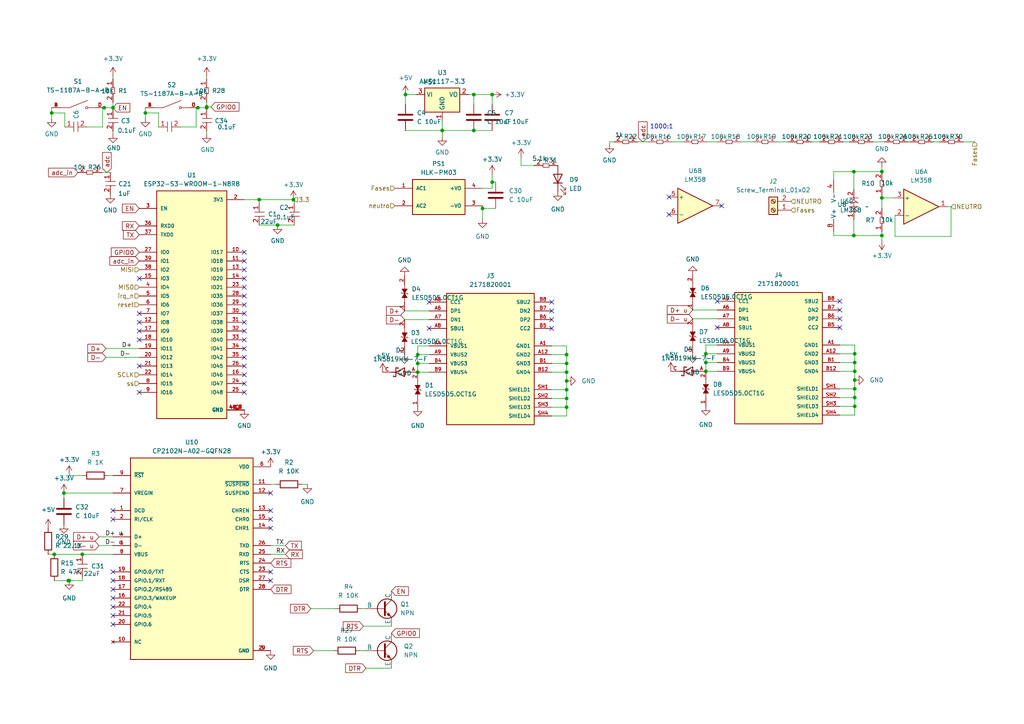
<source format=kicad_sch>
(kicad_sch (version 20230121) (generator eeschema)
  (paper "A4")
  (lib_symbols
    (symbol "1N5819HW-7-F:1N5819HW-7-F" (pin_names (offset 1.016))
      (property "Reference" "D" (at -5.08 2.54 0))
      (property "Value" "1N5819HW-7-F" (at -5.08 -3.81 0))
      (symbol "1N5819HW-7-F_0_0"
        (pin passive line (at -5.08 0 0) (length 2.54) (name "~") (number "A"))
        (pin passive line (at 5.08 0 180) (length 2.54) (name "~") (number "C"))
      )
    )
    (symbol "2171820001:2171820001" (pin_names (offset 1.016))
      (property "Reference" "J" (at -12.7 18.542 0))
      (property "Value" "2171820001" (at -12.7 -21.082 0))
      (symbol "2171820001_0_0"
        (pin power_in line (at 17.78 2.54 180) (length 5.08) (name "GND1") (number "A1"))
        (pin power_in line (at 17.78 0 180) (length 5.08) (name "GND2") (number "A12"))
        (pin power_in line (at -17.78 2.54 0) (length 5.08) (name "VBUS1") (number "A4"))
        (pin bidirectional line (at -17.78 15.24 0) (length 5.08) (name "CC1") (number "A5"))
        (pin bidirectional line (at -17.78 12.7 0) (length 5.08) (name "DP1") (number "A6"))
        (pin bidirectional line (at -17.78 10.16 0) (length 5.08) (name "DN1") (number "A7"))
        (pin bidirectional line (at -17.78 7.62 0) (length 5.08) (name "SBU1") (number "A8"))
        (pin power_in line (at -17.78 0 0) (length 5.08) (name "VBUS2") (number "A9"))
        (pin power_in line (at 17.78 -2.54 180) (length 5.08) (name "GND3") (number "B1"))
        (pin power_in line (at 17.78 -5.08 180) (length 5.08) (name "GND4") (number "B12"))
        (pin power_in line (at -17.78 -2.54 0) (length 5.08) (name "VBUS3") (number "B4"))
        (pin bidirectional line (at 17.78 7.62 180) (length 5.08) (name "CC2") (number "B5"))
        (pin bidirectional line (at 17.78 10.16 180) (length 5.08) (name "DP2") (number "B6"))
        (pin bidirectional line (at 17.78 12.7 180) (length 5.08) (name "DN2") (number "B7"))
        (pin bidirectional line (at 17.78 15.24 180) (length 5.08) (name "SBU2") (number "B8"))
        (pin power_in line (at -17.78 -5.08 0) (length 5.08) (name "VBUS4") (number "B9"))
        (pin passive line (at 17.78 -10.16 180) (length 5.08) (name "SHIELD1") (number "SH1"))
        (pin passive line (at 17.78 -12.7 180) (length 5.08) (name "SHIELD2") (number "SH2"))
        (pin passive line (at 17.78 -15.24 180) (length 5.08) (name "SHIELD3") (number "SH3"))
        (pin passive line (at 17.78 -17.78 180) (length 5.08) (name "SHIELD4") (number "SH4"))
      )
    )
    (symbol "Amplifier_Operational:LM358" (pin_names (offset 0.127))
      (property "Reference" "U" (at 0 5.08 0))
      (property "Value" "LM358" (at 0 -5.08 0))
      (symbol "LM358_1_1"
        (pin output line (at 7.62 0 180) (length 2.54) (name "~") (number "1"))
        (pin input line (at -7.62 -2.54 0) (length 2.54) (name "-") (number "2"))
        (pin input line (at -7.62 2.54 0) (length 2.54) (name "+") (number "3"))
      )
      (symbol "LM358_2_1"
        (pin input line (at -7.62 2.54 0) (length 2.54) (name "+") (number "5"))
        (pin input line (at -7.62 -2.54 0) (length 2.54) (name "-") (number "6"))
        (pin output line (at 7.62 0 180) (length 2.54) (name "~") (number "7"))
      )
      (symbol "LM358_3_1"
        (pin power_in line (at -2.54 -7.62 90) (length 3.81) (name "V-") (number "4"))
        (pin power_in line (at -2.54 7.62 270) (length 3.81) (name "V+") (number "8"))
      )
    )
    (symbol "CP2102N-A02-GQFN28:CP2102N-A02-GQFN28" (pin_names (offset 1.016))
      (property "Reference" "U" (at -17.78 33.02 0))
      (property "Value" "CP2102N-A02-GQFN28" (at -17.78 -33.02 0))
      (symbol "CP2102N-A02-GQFN28_0_0"
        (pin input line (at -22.86 15.24 0) (length 5.08) (name "DCD") (number "1"))
        (pin no_connect line (at -22.86 -22.86 0) (length 5.08) (name "NC") (number "10"))
        (pin output line (at 22.86 22.86 180) (length 5.08) (name "~{SUSPEND}") (number "11"))
        (pin output line (at 22.86 20.32 180) (length 5.08) (name "SUSPEND") (number "12"))
        (pin output line (at 22.86 15.24 180) (length 5.08) (name "CHREN") (number "13"))
        (pin output line (at 22.86 10.16 180) (length 5.08) (name "CHR1") (number "14"))
        (pin output line (at 22.86 12.7 180) (length 5.08) (name "CHR0") (number "15"))
        (pin bidirectional line (at -22.86 -10.16 0) (length 5.08) (name "GPIO.3/WAKEUP") (number "16"))
        (pin bidirectional line (at -22.86 -7.62 0) (length 5.08) (name "GPIO.2/RS485") (number "17"))
        (pin bidirectional line (at -22.86 -5.08 0) (length 5.08) (name "GPIO.1/RXT") (number "18"))
        (pin bidirectional line (at -22.86 -2.54 0) (length 5.08) (name "GPIO.0/TXT") (number "19"))
        (pin bidirectional line (at -22.86 12.7 0) (length 5.08) (name "RI/CLK") (number "2"))
        (pin bidirectional line (at -22.86 -17.78 0) (length 5.08) (name "GPIO.6") (number "20"))
        (pin bidirectional line (at -22.86 -15.24 0) (length 5.08) (name "GPIO.5") (number "21"))
        (pin bidirectional line (at -22.86 -12.7 0) (length 5.08) (name "GPIO.4") (number "22"))
        (pin input line (at 22.86 -2.54 180) (length 5.08) (name "CTS") (number "23"))
        (pin output line (at 22.86 0 180) (length 5.08) (name "RTS") (number "24"))
        (pin input line (at 22.86 2.54 180) (length 5.08) (name "RXD") (number "25"))
        (pin output line (at 22.86 5.08 180) (length 5.08) (name "TXD") (number "26"))
        (pin input line (at 22.86 -5.08 180) (length 5.08) (name "DSR") (number "27"))
        (pin output line (at 22.86 -7.62 180) (length 5.08) (name "DTR") (number "28"))
        (pin power_in line (at 22.86 -25.4 180) (length 5.08) (name "GND") (number "29"))
        (pin power_in line (at 22.86 -25.4 180) (length 5.08) (name "GND") (number "3"))
        (pin bidirectional line (at -22.86 7.62 0) (length 5.08) (name "D+") (number "4"))
        (pin bidirectional line (at -22.86 5.08 0) (length 5.08) (name "D-") (number "5"))
        (pin power_in line (at 22.86 27.94 180) (length 5.08) (name "VDD") (number "6"))
        (pin input line (at -22.86 20.32 0) (length 5.08) (name "VREGIN") (number "7"))
        (pin input line (at -22.86 2.54 0) (length 5.08) (name "VBUS") (number "8"))
        (pin input line (at -22.86 25.4 0) (length 5.08) (name "~{RST}") (number "9"))
      )
    )
    (symbol "Connector:Screw_Terminal_01x02" (pin_names (offset 1.016) hide)
      (property "Reference" "J" (at 0 2.54 0))
      (property "Value" "Screw_Terminal_01x02" (at 0 -5.08 0))
      (symbol "Screw_Terminal_01x02_1_1"
        (pin passive line (at -5.08 0 0) (length 3.81) (name "Pin_1") (number "1"))
        (pin passive line (at -5.08 -2.54 0) (length 3.81) (name "Pin_2") (number "2"))
      )
    )
    (symbol "Device:C" (pin_numbers hide) (pin_names (offset 0.254))
      (property "Reference" "C" (at 0.635 2.54 0))
      (property "Value" "C" (at 0.635 -2.54 0))
      (symbol "C_1_1"
        (pin passive line (at 0 3.81 270) (length 2.794) (name "~") (number "1"))
        (pin passive line (at 0 -3.81 90) (length 2.794) (name "~") (number "2"))
      )
    )
    (symbol "Device:LED" (pin_numbers hide) (pin_names (offset 1.016) hide)
      (property "Reference" "D" (at 0 2.54 0))
      (property "Value" "LED" (at 0 -2.54 0))
      (symbol "LED_1_1"
        (pin passive line (at -3.81 0 0) (length 2.54) (name "K") (number "1"))
        (pin passive line (at 3.81 0 180) (length 2.54) (name "A") (number "2"))
      )
    )
    (symbol "Device:R" (pin_numbers hide) (pin_names (offset 0))
      (property "Reference" "R" (at 2.032 0 90))
      (property "Value" "R" (at 0 0 90))
      (symbol "R_1_1"
        (pin passive line (at 0 3.81 270) (length 1.27) (name "~") (number "1"))
        (pin passive line (at 0 -3.81 90) (length 1.27) (name "~") (number "2"))
      )
    )
    (symbol "ESP32-S3-WROOM-1-N8R8:ESP32-S3-WROOM-1-N8R8" (pin_names (offset 1.016))
      (property "Reference" "U" (at -10.16 34.1122 0))
      (property "Value" "ESP32-S3-WROOM-1-N8R8" (at -10.16 -35.56 0))
      (symbol "ESP32-S3-WROOM-1-N8R8_0_0"
        (pin power_in line (at 15.24 -30.48 180) (length 5.08) (name "GND") (number "1"))
        (pin bidirectional line (at 15.24 15.24 180) (length 5.08) (name "IO17") (number "10"))
        (pin bidirectional line (at 15.24 12.7 180) (length 5.08) (name "IO18") (number "11"))
        (pin bidirectional line (at -15.24 -5.08 0) (length 5.08) (name "IO8") (number "12"))
        (pin bidirectional line (at 15.24 10.16 180) (length 5.08) (name "IO19") (number "13"))
        (pin bidirectional line (at 15.24 7.62 180) (length 5.08) (name "IO20") (number "14"))
        (pin bidirectional line (at -15.24 7.62 0) (length 5.08) (name "IO3") (number "15"))
        (pin bidirectional line (at 15.24 -20.32 180) (length 5.08) (name "IO46") (number "16"))
        (pin bidirectional line (at -15.24 -7.62 0) (length 5.08) (name "IO9") (number "17"))
        (pin bidirectional line (at -15.24 -10.16 0) (length 5.08) (name "IO10") (number "18"))
        (pin bidirectional line (at -15.24 -12.7 0) (length 5.08) (name "IO11") (number "19"))
        (pin power_in line (at 15.24 30.48 180) (length 5.08) (name "3V3") (number "2"))
        (pin bidirectional line (at -15.24 -15.24 0) (length 5.08) (name "IO12") (number "20"))
        (pin bidirectional line (at -15.24 -17.78 0) (length 5.08) (name "IO13") (number "21"))
        (pin bidirectional line (at -15.24 -20.32 0) (length 5.08) (name "IO14") (number "22"))
        (pin bidirectional line (at 15.24 5.08 180) (length 5.08) (name "IO21") (number "23"))
        (pin bidirectional line (at 15.24 -22.86 180) (length 5.08) (name "IO47") (number "24"))
        (pin bidirectional line (at 15.24 -25.4 180) (length 5.08) (name "IO48") (number "25"))
        (pin bidirectional line (at 15.24 -17.78 180) (length 5.08) (name "IO45") (number "26"))
        (pin bidirectional line (at -15.24 15.24 0) (length 5.08) (name "IO0") (number "27"))
        (pin bidirectional line (at 15.24 2.54 180) (length 5.08) (name "IO35") (number "28"))
        (pin bidirectional line (at 15.24 0 180) (length 5.08) (name "IO36") (number "29"))
        (pin input line (at -15.24 27.94 0) (length 5.08) (name "EN") (number "3"))
        (pin bidirectional line (at 15.24 -2.54 180) (length 5.08) (name "IO37") (number "30"))
        (pin bidirectional line (at 15.24 -5.08 180) (length 5.08) (name "IO38") (number "31"))
        (pin bidirectional line (at 15.24 -7.62 180) (length 5.08) (name "IO39") (number "32"))
        (pin bidirectional line (at 15.24 -10.16 180) (length 5.08) (name "IO40") (number "33"))
        (pin bidirectional line (at 15.24 -12.7 180) (length 5.08) (name "IO41") (number "34"))
        (pin bidirectional line (at 15.24 -15.24 180) (length 5.08) (name "IO42") (number "35"))
        (pin bidirectional line (at -15.24 22.86 0) (length 5.08) (name "RXD0") (number "36"))
        (pin bidirectional line (at -15.24 20.32 0) (length 5.08) (name "TXD0") (number "37"))
        (pin bidirectional line (at -15.24 10.16 0) (length 5.08) (name "IO2") (number "38"))
        (pin bidirectional line (at -15.24 12.7 0) (length 5.08) (name "IO1") (number "39"))
        (pin bidirectional line (at -15.24 5.08 0) (length 5.08) (name "IO4") (number "4"))
        (pin power_in line (at 15.24 -30.48 180) (length 5.08) (name "GND") (number "40"))
        (pin power_in line (at 15.24 -30.48 180) (length 5.08) (name "GND") (number "41_1"))
        (pin power_in line (at 15.24 -30.48 180) (length 5.08) (name "GND") (number "41_2"))
        (pin power_in line (at 15.24 -30.48 180) (length 5.08) (name "GND") (number "41_3"))
        (pin power_in line (at 15.24 -30.48 180) (length 5.08) (name "GND") (number "41_4"))
        (pin power_in line (at 15.24 -30.48 180) (length 5.08) (name "GND") (number "41_5"))
        (pin power_in line (at 15.24 -30.48 180) (length 5.08) (name "GND") (number "41_6"))
        (pin power_in line (at 15.24 -30.48 180) (length 5.08) (name "GND") (number "41_7"))
        (pin power_in line (at 15.24 -30.48 180) (length 5.08) (name "GND") (number "41_8"))
        (pin power_in line (at 15.24 -30.48 180) (length 5.08) (name "GND") (number "41_9"))
        (pin bidirectional line (at -15.24 2.54 0) (length 5.08) (name "IO5") (number "5"))
        (pin bidirectional line (at -15.24 0 0) (length 5.08) (name "IO6") (number "6"))
        (pin bidirectional line (at -15.24 -2.54 0) (length 5.08) (name "IO7") (number "7"))
        (pin bidirectional line (at -15.24 -22.86 0) (length 5.08) (name "IO15") (number "8"))
        (pin bidirectional line (at -15.24 -25.4 0) (length 5.08) (name "IO16") (number "9"))
      )
    )
    (symbol "HLK-PM03:HLK-PM03" (pin_names (offset 1.016))
      (property "Reference" "PS" (at -7.62 5.588 0))
      (property "Value" "HLK-PM03" (at -7.62 -7.112 0))
      (symbol "HLK-PM03_0_0"
        (pin input line (at -12.7 2.54 0) (length 5.08) (name "AC1") (number "1"))
        (pin input line (at -12.7 -2.54 0) (length 5.08) (name "AC2") (number "2"))
        (pin output line (at 12.7 -2.54 180) (length 5.08) (name "-VO") (number "3"))
        (pin output line (at 12.7 2.54 180) (length 5.08) (name "+VO") (number "4"))
      )
    )
    (symbol "Interface_Ethernet:Capacitor_Ceramico"
      (property "Reference" "C" (at 0 0 0))
      (symbol "Capacitor_Ceramico_1_1"
        (pin input line (at 2.794 3.302 270) (length 2.54) (name "") (number "1"))
        (pin input line (at 2.794 -3.048 90) (length 2.54) (name "") (number "2"))
      )
    )
    (symbol "LESD5D5.0CT1G:LESD5D5.0CT1G" (pin_names (offset 1.016))
      (property "Reference" "D" (at -5.08 2.54 0))
      (property "Value" "LESD5D5.0CT1G" (at -5.08 -5.08 0))
      (symbol "LESD5D5.0CT1G_0_0"
        (pin passive line (at -5.08 0 0) (length 2.54) (name "~") (number "1"))
        (pin passive line (at 5.08 0 180) (length 2.54) (name "~") (number "2"))
      )
    )
    (symbol "New_Library:Diodos_de_los_supresores/TVS_del_ESD_DE_3.3V"
      (property "Reference" "U" (at -3.81 -1.27 0))
      (symbol "Diodos_de_los_supresores/TVS_del_ESD_DE_3.3V_1_1"
        (pin input line (at 0 2.54 270) (length 2.54) (name "") (number "1"))
        (pin input line (at 0 -6.35 90) (length 2.54) (name "") (number "2"))
      )
    )
    (symbol "New_Library_0:R"
      (property "Reference" "R" (at 0 0 0))
      (symbol "R_1_1"
        (pin input line (at 1.524 3.556 270) (length 2.54) (name "") (number "1"))
        (pin input line (at 1.524 -3.302 90) (length 2.54) (name "") (number "2"))
      )
    )
    (symbol "Regulator_Linear:AMS1117-3.3"
      (property "Reference" "U" (at -3.81 3.175 0))
      (property "Value" "AMS1117-3.3" (at 0 3.175 0))
      (symbol "AMS1117-3.3_1_1"
        (pin power_in line (at 0 -7.62 90) (length 2.54) (name "GND") (number "1"))
        (pin power_out line (at 7.62 0 180) (length 2.54) (name "VO") (number "2"))
        (pin power_in line (at -7.62 0 0) (length 2.54) (name "VI") (number "3"))
      )
    )
    (symbol "Simulation_SPICE:NPN" (pin_numbers hide) (pin_names (offset 0))
      (property "Reference" "Q" (at -2.54 7.62 0))
      (property "Value" "NPN" (at -2.54 5.08 0))
      (symbol "NPN_1_1"
        (pin open_collector line (at 2.54 5.08 270) (length 2.54) (name "C") (number "1"))
        (pin input line (at -5.08 0 0) (length 2.54) (name "B") (number "2"))
        (pin open_emitter line (at 2.54 -5.08 90) (length 2.54) (name "E") (number "3"))
      )
    )
    (symbol "TS-1187A-B-A-B:TS-1187A-B-A-B" (pin_names (offset 1.016))
      (property "Reference" "S" (at -2.54 2.54 0))
      (property "Value" "TS-1187A-B-A-B" (at -2.54 -2.54 0))
      (symbol "TS-1187A-B-A-B_0_0"
        (pin passive line (at -7.62 0 0) (length 2.54) (name "~") (number "A"))
        (pin passive line (at -7.62 0 0) (length 2.54) (name "~") (number "B"))
        (pin passive line (at 7.62 0 180) (length 2.54) (name "~") (number "C"))
        (pin passive line (at 7.62 0 180) (length 2.54) (name "~") (number "D"))
      )
    )
    (symbol "power:+3.3V" (power) (pin_names (offset 0))
      (property "Value" "+3.3V" (at 0 3.556 0))
      (symbol "+3.3V_1_1"
        (pin power_in line (at 0 0 90) (length 0) hide (name "+3.3V") (number "1"))
      )
    )
    (symbol "power:+5V" (power) (pin_names (offset 0))
      (property "Value" "+5V" (at 0 3.556 0))
      (symbol "+5V_1_1"
        (pin power_in line (at 0 0 90) (length 0) hide (name "+5V") (number "1"))
      )
    )
    (symbol "power:GND" (power) (pin_names (offset 0))
      (property "Value" "GND" (at 0 -3.81 0))
      (symbol "GND_1_1"
        (pin power_in line (at 0 0 270) (length 0) hide (name "GND") (number "1"))
      )
    )
  )
  (junction (at 164.338 102.87))
  (junction (at 80.518 65.278))
  (junction (at 23.876 160.782))
  (junction (at 15.748 160.782))
  (junction (at 142.748 27.432))
  (junction (at 164.338 115.57))
  (junction (at 247.904 115.316))
  (junction (at 128.27 37.846))
  (junction (at 164.338 118.11))
  (junction (at 30.226 31.242))
  (junction (at 247.904 112.776))
  (junction (at 255.778 68.326))
  (junction (at 204.724 105.156))
  (junction (at 164.338 105.41))
  (junction (at 117.602 27.432))
  (junction (at 247.65 68.326))
  (junction (at 20.066 168.402))
  (junction (at 137.414 37.846))
  (junction (at 137.414 27.432))
  (junction (at 255.778 49.784))
  (junction (at 14.986 32.766))
  (junction (at 57.404 31.242))
  (junction (at 42.164 32.766))
  (junction (at 164.338 113.03))
  (junction (at 247.904 117.856))
  (junction (at 85.09 57.912))
  (junction (at 19.812 168.402))
  (junction (at 142.748 52.832))
  (junction (at 204.724 107.696))
  (junction (at 247.904 110.236))
  (junction (at 75.184 57.912))
  (junction (at 247.904 105.156))
  (junction (at 139.954 60.452))
  (junction (at 164.338 110.49))
  (junction (at 18.542 143.002))
  (junction (at 121.158 102.87))
  (junction (at 247.904 107.696))
  (junction (at 59.944 30.988))
  (junction (at 247.65 49.784))
  (junction (at 204.724 102.616))
  (junction (at 32.766 31.242))
  (junction (at 121.158 107.95))
  (junction (at 59.944 31.242))
  (junction (at 255.778 57.404))
  (junction (at 121.158 105.41))
  (junction (at 247.904 102.616))
  (junction (at 164.338 107.95))
  (no_connect (at 208.026 87.376))
  (no_connect (at 208.026 94.996))
  (no_connect (at 32.766 173.482))
  (no_connect (at 70.866 85.852))
  (no_connect (at 243.586 92.456))
  (no_connect (at 78.486 148.082))
  (no_connect (at 70.866 73.152))
  (no_connect (at 124.46 95.25))
  (no_connect (at 194.056 62.23))
  (no_connect (at 32.766 148.082))
  (no_connect (at 70.866 111.252))
  (no_connect (at 32.766 168.402))
  (no_connect (at 243.586 94.996))
  (no_connect (at 70.866 90.932))
  (no_connect (at 40.386 90.932))
  (no_connect (at 209.296 59.69))
  (no_connect (at 70.866 101.092))
  (no_connect (at 40.386 98.552))
  (no_connect (at 40.386 93.472))
  (no_connect (at 160.02 90.17))
  (no_connect (at 32.766 181.102))
  (no_connect (at 32.766 165.862))
  (no_connect (at 124.46 87.63))
  (no_connect (at 78.486 150.622))
  (no_connect (at 70.866 106.172))
  (no_connect (at 70.866 80.772))
  (no_connect (at 70.866 96.012))
  (no_connect (at 194.056 57.15))
  (no_connect (at 70.866 78.232))
  (no_connect (at 70.866 98.552))
  (no_connect (at 32.766 178.562))
  (no_connect (at 70.866 75.692))
  (no_connect (at 40.386 113.792))
  (no_connect (at 32.766 150.622))
  (no_connect (at 70.866 103.632))
  (no_connect (at 160.02 87.63))
  (no_connect (at 70.866 93.472))
  (no_connect (at 40.386 106.172))
  (no_connect (at 70.866 108.712))
  (no_connect (at 78.486 143.002))
  (no_connect (at 40.386 80.772))
  (no_connect (at 70.866 88.392))
  (no_connect (at 243.586 87.376))
  (no_connect (at 40.386 96.012))
  (no_connect (at 32.766 170.942))
  (no_connect (at 78.486 168.402))
  (no_connect (at 160.02 92.71))
  (no_connect (at 70.866 83.312))
  (no_connect (at 32.766 176.022))
  (no_connect (at 78.486 153.162))
  (no_connect (at 160.02 95.25))
  (no_connect (at 70.866 113.792))
  (no_connect (at 243.586 89.916))
  (no_connect (at 78.486 165.862))
  (wire (pts (xy 263.398 41.148) (xy 263.906 41.148)))
  (wire (pts (xy 59.944 38.862) (xy 59.944 38.1)))
  (wire (pts (xy 176.784 41.148) (xy 178.054 41.148)))
  (wire (pts (xy 243.586 120.396) (xy 247.904 120.396)))
  (wire (pts (xy 160.02 113.03) (xy 164.338 113.03)))
  (wire (pts (xy 23.876 160.782) (xy 15.748 160.782)))
  (wire (pts (xy 117.602 27.432) (xy 117.602 30.226)))
  (wire (pts (xy 75.184 57.912) (xy 85.09 57.912)))
  (wire (pts (xy 18.796 36.83) (xy 18.796 32.766)))
  (wire (pts (xy 244.602 41.148) (xy 246.38 41.148)))
  (wire (pts (xy 61.214 30.988) (xy 59.944 30.988)))
  (wire (pts (xy 59.944 30.988) (xy 59.944 31.242)))
  (wire (pts (xy 42.164 31.242) (xy 42.164 32.766)))
  (wire (pts (xy 139.954 63.5) (xy 139.954 60.452)))
  (wire (pts (xy 247.65 68.326) (xy 255.778 68.326)))
  (wire (pts (xy 30.734 103.632) (xy 40.386 103.632)))
  (wire (pts (xy 56.896 36.83) (xy 52.324 36.83)))
  (wire (pts (xy 80.518 65.278) (xy 85.344 65.278)))
  (wire (pts (xy 28.702 158.242) (xy 32.766 158.242)))
  (wire (pts (xy 106.172 193.802) (xy 113.538 193.802)))
  (wire (pts (xy 247.904 105.156) (xy 247.904 107.696)))
  (wire (pts (xy 121.158 107.95) (xy 124.46 107.95)))
  (wire (pts (xy 15.748 168.402) (xy 19.812 168.402)))
  (wire (pts (xy 259.588 68.58) (xy 275.844 68.58)))
  (wire (pts (xy 75.184 57.912) (xy 75.184 58.928)))
  (wire (pts (xy 128.27 37.846) (xy 137.414 37.846)))
  (wire (pts (xy 259.588 62.484) (xy 259.588 68.58)))
  (wire (pts (xy 142.748 27.432) (xy 137.414 27.432)))
  (wire (pts (xy 124.46 100.33) (xy 121.158 100.33)))
  (wire (pts (xy 164.338 102.87) (xy 164.338 105.41)))
  (wire (pts (xy 29.718 36.83) (xy 25.146 36.83)))
  (wire (pts (xy 128.27 35.052) (xy 128.27 37.846)))
  (wire (pts (xy 59.944 29.718) (xy 59.944 30.988)))
  (wire (pts (xy 45.974 36.83) (xy 45.974 32.766)))
  (wire (pts (xy 160.02 118.11) (xy 164.338 118.11)))
  (wire (pts (xy 184.912 41.148) (xy 187.96 41.148)))
  (wire (pts (xy 121.158 102.87) (xy 124.46 102.87)))
  (wire (pts (xy 247.65 49.784) (xy 247.65 54.864)))
  (wire (pts (xy 200.914 89.916) (xy 208.026 89.916)))
  (wire (pts (xy 208.026 100.076) (xy 204.724 100.076)))
  (wire (pts (xy 243.586 112.776) (xy 247.904 112.776)))
  (wire (pts (xy 23.876 167.386) (xy 23.876 168.402)))
  (wire (pts (xy 121.158 102.87) (xy 121.158 105.41)))
  (wire (pts (xy 142.748 52.832) (xy 143.764 52.832)))
  (wire (pts (xy 151.13 48.006) (xy 154.94 48.006)))
  (wire (pts (xy 204.724 105.156) (xy 204.724 107.696)))
  (wire (pts (xy 19.812 168.402) (xy 20.066 168.402)))
  (wire (pts (xy 164.338 118.11) (xy 164.338 120.65)))
  (wire (pts (xy 255.778 60.452) (xy 255.778 57.404)))
  (wire (pts (xy 225.298 41.148) (xy 228.6 41.148)))
  (wire (pts (xy 128.27 37.846) (xy 128.27 39.624)))
  (wire (pts (xy 253.238 41.148) (xy 256.54 41.148)))
  (wire (pts (xy 32.766 137.922) (xy 31.496 137.922)))
  (wire (pts (xy 243.586 107.696) (xy 247.904 107.696)))
  (wire (pts (xy 200.914 92.456) (xy 208.026 92.456)))
  (wire (pts (xy 70.866 57.912) (xy 75.184 57.912)))
  (wire (pts (xy 13.97 160.782) (xy 15.748 160.782)))
  (wire (pts (xy 32.766 31.242) (xy 32.766 31.75)))
  (wire (pts (xy 255.778 57.404) (xy 259.588 57.404)))
  (wire (pts (xy 275.844 59.944) (xy 275.844 68.58)))
  (wire (pts (xy 241.808 52.07) (xy 241.808 49.784)))
  (wire (pts (xy 160.02 107.95) (xy 164.338 107.95)))
  (wire (pts (xy 247.904 110.236) (xy 247.904 112.776)))
  (wire (pts (xy 243.586 117.856) (xy 247.904 117.856)))
  (wire (pts (xy 164.338 115.57) (xy 164.338 118.11)))
  (wire (pts (xy 164.338 107.95) (xy 164.338 110.49)))
  (wire (pts (xy 241.808 68.326) (xy 247.65 68.326)))
  (wire (pts (xy 275.844 59.944) (xy 274.828 59.944)))
  (wire (pts (xy 14.986 31.242) (xy 14.986 32.766)))
  (wire (pts (xy 20.066 168.656) (xy 20.066 168.402)))
  (wire (pts (xy 243.586 105.156) (xy 247.904 105.156)))
  (wire (pts (xy 243.586 115.316) (xy 247.904 115.316)))
  (wire (pts (xy 160.02 100.33) (xy 164.338 100.33)))
  (wire (pts (xy 87.63 140.462) (xy 89.154 140.462)))
  (wire (pts (xy 204.724 105.156) (xy 208.026 105.156)))
  (wire (pts (xy 19.812 168.656) (xy 20.066 168.656)))
  (wire (pts (xy 30.734 101.092) (xy 40.386 101.092)))
  (wire (pts (xy 85.344 58.928) (xy 85.344 57.912)))
  (wire (pts (xy 90.17 176.53) (xy 97.282 176.53)))
  (wire (pts (xy 204.978 41.148) (xy 208.026 41.148)))
  (wire (pts (xy 29.718 31.242) (xy 30.226 31.242)))
  (wire (pts (xy 18.796 32.766) (xy 14.986 32.766)))
  (wire (pts (xy 82.804 158.242) (xy 78.486 158.242)))
  (wire (pts (xy 255.778 69.85) (xy 255.778 68.326)))
  (wire (pts (xy 135.89 27.432) (xy 137.414 27.432)))
  (wire (pts (xy 117.348 90.17) (xy 124.46 90.17)))
  (wire (pts (xy 255.778 68.326) (xy 255.778 67.31)))
  (wire (pts (xy 20.066 137.922) (xy 20.066 137.668)))
  (wire (pts (xy 32.766 143.002) (xy 18.542 143.002)))
  (wire (pts (xy 270.764 41.148) (xy 272.542 41.148)))
  (wire (pts (xy 243.586 102.616) (xy 247.904 102.616)))
  (wire (pts (xy 164.338 110.49) (xy 164.338 113.03)))
  (wire (pts (xy 57.404 31.242) (xy 59.944 31.242)))
  (wire (pts (xy 142.748 54.61) (xy 139.954 54.61)))
  (wire (pts (xy 105.41 181.61) (xy 113.538 181.61)))
  (wire (pts (xy 117.348 92.71) (xy 124.46 92.71)))
  (wire (pts (xy 104.902 176.53) (xy 105.918 176.53)))
  (wire (pts (xy 23.876 160.782) (xy 23.876 161.036)))
  (wire (pts (xy 14.986 32.766) (xy 14.986 34.29)))
  (wire (pts (xy 247.904 112.776) (xy 247.904 115.316)))
  (wire (pts (xy 137.414 27.432) (xy 137.414 30.226)))
  (wire (pts (xy 120.65 27.432) (xy 117.602 27.432)))
  (wire (pts (xy 241.808 67.31) (xy 241.808 68.326)))
  (wire (pts (xy 247.65 63.754) (xy 247.65 68.326)))
  (wire (pts (xy 204.724 107.696) (xy 208.026 107.696)))
  (wire (pts (xy 29.718 31.242) (xy 29.718 36.83)))
  (wire (pts (xy 139.954 60.452) (xy 143.764 60.452)))
  (wire (pts (xy 56.896 31.242) (xy 57.404 31.242)))
  (wire (pts (xy 18.542 143.002) (xy 18.542 144.526)))
  (wire (pts (xy 29.464 50.038) (xy 32.004 50.038)))
  (wire (pts (xy 255.778 57.404) (xy 255.778 56.642)))
  (wire (pts (xy 160.02 102.87) (xy 164.338 102.87)))
  (wire (pts (xy 137.414 37.846) (xy 142.748 37.846)))
  (wire (pts (xy 42.164 32.766) (xy 42.164 34.29)))
  (wire (pts (xy 59.944 22.098) (xy 59.944 22.86)))
  (wire (pts (xy 151.13 45.72) (xy 151.13 48.006)))
  (wire (pts (xy 121.158 105.41) (xy 124.46 105.41)))
  (wire (pts (xy 75.184 65.278) (xy 80.518 65.278)))
  (wire (pts (xy 142.748 52.832) (xy 142.748 54.61)))
  (wire (pts (xy 30.226 31.242) (xy 32.766 31.242)))
  (wire (pts (xy 117.602 37.846) (xy 128.27 37.846)))
  (wire (pts (xy 19.812 168.402) (xy 19.812 168.656)))
  (wire (pts (xy 23.876 137.922) (xy 20.066 137.922)))
  (wire (pts (xy 214.884 41.148) (xy 218.44 41.148)))
  (wire (pts (xy 59.944 31.242) (xy 59.944 31.75)))
  (wire (pts (xy 23.876 160.782) (xy 32.766 160.782)))
  (wire (pts (xy 85.09 57.912) (xy 85.344 57.912)))
  (wire (pts (xy 235.458 41.148) (xy 237.744 41.148)))
  (wire (pts (xy 164.338 113.03) (xy 164.338 115.57)))
  (wire (pts (xy 142.748 50.546) (xy 142.748 52.832)))
  (wire (pts (xy 279.4 41.148) (xy 282.702 41.148)))
  (wire (pts (xy 241.808 49.784) (xy 247.65 49.784)))
  (wire (pts (xy 139.954 60.452) (xy 139.954 59.69)))
  (wire (pts (xy 204.724 100.076) (xy 204.724 102.616)))
  (wire (pts (xy 247.904 117.856) (xy 247.904 120.396)))
  (wire (pts (xy 164.338 100.33) (xy 164.338 102.87)))
  (wire (pts (xy 204.724 102.616) (xy 208.026 102.616)))
  (wire (pts (xy 56.896 31.242) (xy 56.896 36.83)))
  (wire (pts (xy 32.766 29.718) (xy 32.766 31.242)))
  (wire (pts (xy 164.338 105.41) (xy 164.338 107.95)))
  (wire (pts (xy 255.778 48.26) (xy 255.778 49.784)))
  (wire (pts (xy 82.804 160.782) (xy 78.486 160.782)))
  (wire (pts (xy 160.02 105.41) (xy 164.338 105.41)))
  (wire (pts (xy 78.486 140.462) (xy 80.01 140.462)))
  (wire (pts (xy 194.818 41.148) (xy 198.12 41.148)))
  (wire (pts (xy 104.394 188.722) (xy 105.918 188.722)))
  (wire (pts (xy 45.974 32.766) (xy 42.164 32.766)))
  (wire (pts (xy 160.02 115.57) (xy 164.338 115.57)))
  (wire (pts (xy 32.766 22.098) (xy 32.766 22.86)))
  (wire (pts (xy 247.904 107.696) (xy 247.904 110.236)))
  (wire (pts (xy 121.158 105.41) (xy 121.158 107.95)))
  (wire (pts (xy 176.784 41.91) (xy 176.784 41.148)))
  (wire (pts (xy 204.724 102.616) (xy 204.724 105.156)))
  (wire (pts (xy 90.932 188.722) (xy 96.774 188.722)))
  (wire (pts (xy 28.702 155.702) (xy 32.766 155.702)))
  (wire (pts (xy 247.904 102.616) (xy 247.904 105.156)))
  (wire (pts (xy 243.586 100.076) (xy 247.904 100.076)))
  (wire (pts (xy 121.158 100.33) (xy 121.158 102.87)))
  (wire (pts (xy 142.748 30.226) (xy 142.748 27.432)))
  (wire (pts (xy 247.904 115.316) (xy 247.904 117.856)))
  (wire (pts (xy 255.778 49.784) (xy 247.65 49.784)))
  (wire (pts (xy 160.02 120.65) (xy 164.338 120.65)))
  (wire (pts (xy 247.904 100.076) (xy 247.904 102.616)))
  (wire (pts (xy 32.766 38.862) (xy 32.766 38.1)))
  (wire (pts (xy 23.876 168.402) (xy 20.066 168.402)))
  (text "1000:1\n" (at 188.468 37.592 0) (effects (font (size 1.27 1.27)) (justify left bottom)))
  (label "TX" (at 80.01 158.242 0))
  (label "D+" (at 35.306 101.092 0))
  (label "D+ u" (at 30.48 155.702 0))
  (label "D- u" (at 30.48 158.242 0))
  (label "D-" (at 34.798 103.632 0))
  (label "RX" (at 80.01 160.782 0))
  (global_label "D- u" (shape input) (at 28.702 158.242 180) (property "Intersheetrefs" "${INTERSHEET_REFS}" (effects hide)))
  (global_label "GPIO0" (shape input) (at 40.386 73.152 180) (property "Intersheetrefs" "${INTERSHEET_REFS}" (effects hide)))
  (global_label "D-" (shape input) (at 30.734 103.632 180) (property "Intersheetrefs" "${INTERSHEET_REFS}" (effects hide)))
  (global_label "RTS" (shape input) (at 105.41 181.61 180) (property "Intersheetrefs" "${INTERSHEET_REFS}" (effects hide)))
  (global_label "D+" (shape input) (at 30.734 101.092 180) (property "Intersheetrefs" "${INTERSHEET_REFS}" (effects hide)))
  (global_label "adc_in" (shape input) (at 22.606 50.038 180) (property "Intersheetrefs" "${INTERSHEET_REFS}" (effects hide)))
  (global_label "GPIO0" (shape input) (at 61.214 30.988 0) (property "Intersheetrefs" "${INTERSHEET_REFS}" (effects hide)))
  (global_label "RX" (shape input) (at 82.804 160.782 0) (property "Intersheetrefs" "${INTERSHEET_REFS}" (effects hide)))
  (global_label "adc" (shape input) (at 30.988 50.038 90) (property "Intersheetrefs" "${INTERSHEET_REFS}" (effects hide)))
  (global_label "D- u" (shape input) (at 200.914 92.456 180) (property "Intersheetrefs" "${INTERSHEET_REFS}" (effects hide)))
  (global_label "D+" (shape input) (at 117.348 90.17 180) (property "Intersheetrefs" "${INTERSHEET_REFS}" (effects hide)))
  (global_label "TX" (shape input) (at 82.804 158.242 0) (property "Intersheetrefs" "${INTERSHEET_REFS}" (effects hide)))
  (global_label "RX" (shape input) (at 40.386 65.532 180) (property "Intersheetrefs" "${INTERSHEET_REFS}" (effects hide)))
  (global_label "adc_in" (shape input) (at 40.386 75.692 180) (property "Intersheetrefs" "${INTERSHEET_REFS}" (effects hide)))
  (global_label "adc" (shape input) (at 186.436 41.148 90) (property "Intersheetrefs" "${INTERSHEET_REFS}" (effects hide)))
  (global_label "RTS" (shape input) (at 78.486 163.322 0) (property "Intersheetrefs" "${INTERSHEET_REFS}" (effects hide)))
  (global_label "DTR" (shape input) (at 106.172 193.802 180) (property "Intersheetrefs" "${INTERSHEET_REFS}" (effects hide)))
  (global_label "D-" (shape input) (at 117.348 92.71 180) (property "Intersheetrefs" "${INTERSHEET_REFS}" (effects hide)))
  (global_label "D+ u" (shape input) (at 200.914 89.916 180) (property "Intersheetrefs" "${INTERSHEET_REFS}" (effects hide)))
  (global_label "D+ u" (shape input) (at 28.702 155.702 180) (property "Intersheetrefs" "${INTERSHEET_REFS}" (effects hide)))
  (global_label "RTS" (shape input) (at 90.932 188.722 180) (property "Intersheetrefs" "${INTERSHEET_REFS}" (effects hide)))
  (global_label "TX" (shape input) (at 40.386 68.072 180) (property "Intersheetrefs" "${INTERSHEET_REFS}" (effects hide)))
  (global_label "GPIO0" (shape input) (at 113.538 183.642 0) (property "Intersheetrefs" "${INTERSHEET_REFS}" (effects hide)))
  (global_label "EN" (shape input) (at 32.766 31.242 0) (property "Intersheetrefs" "${INTERSHEET_REFS}" (effects hide)))
  (global_label "EN" (shape input) (at 40.386 60.452 180) (property "Intersheetrefs" "${INTERSHEET_REFS}" (effects hide)))
  (global_label "DTR" (shape input) (at 90.17 176.53 180) (property "Intersheetrefs" "${INTERSHEET_REFS}" (effects hide)))
  (global_label "EN" (shape input) (at 113.538 171.45 0) (property "Intersheetrefs" "${INTERSHEET_REFS}" (effects hide)))
  (global_label "DTR" (shape input) (at 78.486 170.942 0) (property "Intersheetrefs" "${INTERSHEET_REFS}" (effects hide)))
  (hierarchical_label "reset" (shape input) (at 40.386 88.392 180))
  (hierarchical_label "MIS0" (shape input) (at 40.386 83.312 180))
  (hierarchical_label "NEUTRO" (shape input) (at 275.844 59.944 0))
  (hierarchical_label "neutro" (shape input) (at 114.554 59.69 180))
  (hierarchical_label "Fases" (shape input) (at 282.702 41.148 270))
  (hierarchical_label "3.3" (shape input) (at 85.09 57.912 0))
  (hierarchical_label "Fases" (shape input) (at 114.554 54.61 180))
  (hierarchical_label "irq_n" (shape input) (at 40.386 85.852 180))
  (hierarchical_label "Fases" (shape input) (at 229.362 60.96 0))
  (hierarchical_label "NEUTRO" (shape input) (at 229.362 58.42 0))
  (hierarchical_label "SCLK" (shape input) (at 40.386 108.712 180))
  (hierarchical_label "MISI" (shape input) (at 40.386 78.232 180))
  (hierarchical_label "ss" (shape input) (at 40.386 111.252 180))
  (symbol (lib_id "Device:C") (at 117.602 34.036 0) (unit 1)
    (property "Reference" "C4" (at 120.904 32.766 0) (effects (justify left)))
    (property "Value" "C 10uF" (at 120.904 35.306 0) (effects (justify left)))
    (property "Footprint" "Capacitor_SMD:C_0805_2012Metric" (effects hide))
    (property "LCSC" "C15850" (effects hide))
  )
  (symbol (lib_id "TS-1187A-B-A-B:TS-1187A-B-A-B") (at 22.606 31.242 0) (unit 1)
    (property "Reference" "S1" (at 22.606 23.622 0))
    (property "Value" "TS-1187A-B-A-B" (at 22.606 26.162 0))
    (property "Footprint" "huella y simbolos:SW_TS-1187A-B-A-B" (effects hide))
    (property "MF" "XKB Industrial Precision" (effects hide))
    (property "MAXIMUM_PACKAGE_HEIGHT" "1.5mm" (effects hide))
    (property "Package" "Package" (effects hide))
    (property "Price" "None" (effects hide))
    (property "Check_prices" "https://www.snapeda.com/parts/TS-1187A-B-A-B/XKB+Industrial+Precision/view-part/?ref=eda" (effects hide))
    (property "STANDARD" "Manufacturer Recommendations" (effects hide))
    (property "PARTREV" "A0" (effects hide))
    (property "SnapEDA_Link" "https://www.snapeda.com/parts/TS-1187A-B-A-B/XKB+Industrial+Precision/view-part/?ref=snap" (effects hide))
    (property "MP" "TS-1187A-B-A-B" (effects hide))
    (property "Description" "\nTS-1187A-B-A-B XKB Connectivity\n" (effects hide))
    (property "Availability" "Not in stock" (effects hide))
    (property "MANUFACTURER" "XKB Industrial Precision" (effects hide))
    (property "LCSC" "C318884" (effects hide))
  )
  (symbol (lib_id "power:GND") (at 117.348 80.01 180) (unit 1)
    (property "Reference" "#PWR044" (effects hide))
    (property "Value" "GND" (at 117.348 75.438 0))
    (instances (project "Molisense" (path "" (reference "#PWR044") (unit 1))) (project "proyecto_micro_v1" (path "" (reference "#PWR026") (unit 1))))
  )
  (symbol (lib_id "power:+5V") (at 110.998 107.95 0) (unit 1)
    (property "Reference" "#PWR07" (effects hide))
    (property "Value" "+5V" (at 110.998 103.124 0))
  )
  (symbol (lib_id "power:GND") (at 18.542 152.146 0) (unit 1)
    (property "Reference" "#PWR037" (effects hide))
    (property "Value" "GND" (at 18.542 157.226 0))
    (instances (project "Molisense" (path "" (reference "#PWR037") (unit 1))) (project "proyecto_micro_v1" (path "" (reference "#PWR026") (unit 1))))
  )
  (symbol (lib_id "power:GND") (at 161.798 55.626 0) (unit 1)
    (property "Reference" "#PWR051" (effects hide))
    (property "Value" "GND" (at 161.798 60.706 0))
    (instances (project "Molisense" (path "" (reference "#PWR051") (unit 1))) (project "proyecto_micro_v1" (path "" (reference "#PWR026") (unit 1))))
  )
  (symbol (lib_id "New_Library_0:R") (at 201.422 39.624 270) (unit 1)
    (property "Reference" "R17" (at 202.946 39.624 90))
    (property "Value" "100k" (at 198.628 39.624 90))
    (property "Footprint" "Resistor_SMD:R_0805_2012Metric" (effects hide))
    (property "LCSC" "C149504" (effects hide))
  )
  (symbol (lib_id "power:+3.3V") (at 151.13 45.72 0) (unit 1)
    (property "Reference" "#PWR050" (effects hide))
    (property "Value" "+3.3V" (at 151.13 41.402 0))
  )
  (symbol (lib_id "power:+3.3V") (at 20.066 137.668 0) (unit 1)
    (property "Reference" "#PWR011" (effects hide))
    (property "Value" "+3.3V" (at 20.066 133.35 0))
  )
  (symbol (lib_id "Device:C") (at 18.542 148.336 0) (unit 1)
    (property "Reference" "C32" (at 21.844 147.066 0) (effects (justify left)))
    (property "Value" "C 10uF" (at 21.844 149.606 0) (effects (justify left)))
    (property "Footprint" "Capacitor_SMD:C_0805_2012Metric" (effects hide))
    (property "LCSC" "C15850" (effects hide))
  )
  (symbol (lib_id "Simulation_SPICE:NPN") (at 110.998 188.722 0) (unit 1)
    (property "Reference" "Q2" (at 117.094 187.452 0) (effects (justify left)))
    (property "Value" "NPN" (at 117.094 189.992 0) (effects (justify left)))
    (property "Footprint" "Package_TO_SOT_SMD:SOT-23" (effects hide))
    (property "LCSC" "C49581" (effects hide))
  )
  (symbol (lib_id "Interface_Ethernet:Capacitor_Ceramico") (at 29.21 53.34 0) (unit 1)
    (property "Reference" "C21" (at 34.29 53.34 0) (effects (justify left)))
    (property "Value" "1uF" (at 36.068 56.134 0))
    (property "Footprint" "Capacitor_SMD:C_0805_2012Metric" (effects hide))
    (property "LCSC" "C28323" (effects hide))
  )
  (symbol (lib_id "New_Library_0:R") (at 231.902 39.624 270) (unit 1)
    (property "Reference" "R20" (at 233.426 39.624 90))
    (property "Value" "100k" (at 229.108 39.624 90))
    (property "Footprint" "Resistor_SMD:R_0805_2012Metric" (effects hide))
    (property "LCSC" "C149504" (effects hide))
  )
  (symbol (lib_id "New_Library_0:R") (at 191.262 39.624 270) (unit 1)
    (property "Reference" "R16" (at 192.786 39.624 90))
    (property "Value" "100k" (at 188.468 39.624 90))
    (property "Footprint" "Resistor_SMD:R_0805_2012Metric" (effects hide))
    (property "LCSC" "C149504" (effects hide))
  )
  (symbol (lib_id "power:GND") (at 121.158 118.11 0) (unit 1)
    (property "Reference" "#PWR042" (effects hide))
    (property "Value" "GND" (at 121.158 123.444 0))
    (instances (project "Molisense" (path "" (reference "#PWR042") (unit 1))) (project "proyecto_micro_v1" (path "" (reference "#PWR026") (unit 1))))
  )
  (symbol (lib_id "power:GND") (at 80.518 65.278 0) (unit 1)
    (property "Reference" "#PWR02" (effects hide))
    (property "Value" "GND" (at 80.518 69.85 0))
  )
  (symbol (lib_id "New_Library:Diodos_de_los_supresores/TVS_del_ESD_DE_3.3V") (at 247.65 61.214 180) (unit 1)
    (property "Reference" "U8" (at 245.618 59.309 0) (effects (justify left)))
    (property "Value" "~" (at 251.46 59.944 0))
    (property "Footprint" "huella y simbolos:DIO_PESD5V0R1BSFYL" (effects hide))
    (property "LCSC" "C552506" (effects hide))
  )
  (symbol (lib_id "LESD5D5.0CT1G:LESD5D5.0CT1G") (at 117.348 97.79 90) (unit 1)
    (property "Reference" "D3" (at 119.126 96.52 90) (effects (justify right)))
    (property "Value" "LESD5D5.0CT1G" (at 119.126 99.06 90) (effects (justify right)))
    (property "Footprint" "huella y simbolos:TVS_LESD5D5.0CT1G" (effects hide))
    (property "LCSC" "C5246195" (effects hide))
  )
  (symbol (lib_id "power:+5V") (at 124.46 29.21 0) (unit 1)
    (property "Reference" "#PWR032" (effects hide))
    (property "Value" "+5V" (at 124.46 23.876 0))
  )
  (symbol (lib_id "power:GND") (at 32.766 38.862 0) (unit 1)
    (property "Reference" "#PWR05" (effects hide))
    (property "Value" "GND" (at 33.02 42.926 0))
  )
  (symbol (lib_id "power:GND") (at 89.154 140.462 0) (unit 1)
    (property "Reference" "#PWR013" (effects hide))
    (property "Value" "GND" (at 89.154 145.542 0))
    (instances (project "Molisense" (path "" (reference "#PWR013") (unit 1))) (project "proyecto_micro_v1" (path "" (reference "#PWR026") (unit 1))))
  )
  (symbol (lib_id "Device:R") (at 13.97 156.972 180) (unit 1)
    (property "Reference" "R29" (at 16.002 155.702 0) (effects (justify right)))
    (property "Value" "R 22.1K" (at 16.002 158.242 0) (effects (justify right)))
    (property "Footprint" "Resistor_SMD:R_0805_2012Metric" (effects hide))
    (property "LCSC" "C322357" (effects hide))
  )
  (symbol (lib_id "New_Library_0:R") (at 249.682 39.624 270) (unit 1)
    (property "Reference" "R23" (at 251.206 39.624 90))
    (property "Value" "100k" (at 246.888 39.624 90))
    (property "Footprint" "Resistor_SMD:R_0805_2012Metric" (effects hide))
    (property "LCSC" "C149504" (effects hide))
  )
  (symbol (lib_id "Simulation_SPICE:NPN") (at 110.998 176.53 0) (unit 1)
    (property "Reference" "Q1" (at 116.078 175.26 0) (effects (justify left)))
    (property "Value" "NPN" (at 116.078 177.8 0) (effects (justify left)))
    (property "Footprint" "Package_TO_SOT_SMD:SOT-23" (effects hide))
    (property "LCSC" "C49581" (effects hide))
  )
  (symbol (lib_id "power:+5V") (at 117.602 27.432 0) (unit 1)
    (property "Reference" "#PWR035" (effects hide))
    (property "Value" "+5V" (at 117.602 22.606 0))
  )
  (symbol (lib_id "power:GND") (at 32.004 56.388 0) (unit 1)
    (property "Reference" "#PWR034" (effects hide))
    (property "Value" "GND" (at 32.004 60.96 0))
  )
  (symbol (lib_id "Interface_Ethernet:Capacitor_Ceramico") (at 82.55 62.23 0) (unit 1)
    (property "Reference" "C2" (at 81.026 60.198 0) (effects (justify left)))
    (property "Value" "0.1uF" (at 82.804 62.992 0))
    (property "Footprint" "Capacitor_SMD:C_0805_2012Metric" (effects hide))
    (property "LCSC" "C49678" (effects hide))
  )
  (symbol (lib_id "power:GND") (at 128.27 39.624 0) (unit 1)
    (property "Reference" "#PWR09" (effects hide))
    (property "Value" "GND" (at 128.27 44.196 0))
  )
  (symbol (lib_id "power:GND") (at 200.914 102.616 0) (unit 1)
    (property "Reference" "#PWR047" (effects hide))
    (property "Value" "GND" (at 200.914 107.95 0))
    (instances (project "Molisense" (path "" (reference "#PWR047") (unit 1))) (project "proyecto_micro_v1" (path "" (reference "#PWR026") (unit 1))))
  )
  (symbol (lib_id "power:GND") (at 20.066 168.402 0) (unit 1)
    (property "Reference" "#PWR014" (effects hide))
    (property "Value" "GND" (at 20.066 173.482 0))
    (instances (project "Molisense" (path "" (reference "#PWR014") (unit 1))) (project "proyecto_micro_v1" (path "" (reference "#PWR026") (unit 1))))
  )
  (symbol (lib_id "Regulator_Linear:AMS1117-3.3") (at 128.27 27.432 0) (unit 1)
    (property "Reference" "U3" (at 128.27 21.082 0))
    (property "Value" "AMS1117-3.3" (at 128.27 23.622 0))
    (property "Footprint" "Package_TO_SOT_SMD:SOT-223-3_TabPin2" (effects hide))
    (property "Datasheet" "http://www.advanced-monolithic.com/pdf/ds1117.pdf" (effects hide))
    (property "LCSC" "C347222" (effects hide))
  )
  (symbol (lib_id "Device:LED") (at 161.798 51.816 90) (unit 1)
    (property "Reference" "D9" (at 165.1 52.1335 90) (effects (justify right)))
    (property "Value" "LED" (at 165.1 54.6735 90) (effects (justify right)))
    (property "Footprint" "LED_SMD:LED_0402_1005Metric" (effects hide))
    (property "LCSC" "C7435548" (effects hide))
  )
  (symbol (lib_id "New_Library_0:R") (at 25.908 48.514 270) (unit 1)
    (property "Reference" "R26" (at 27.432 48.514 90))
    (property "Value" "10k" (at 23.114 48.514 90))
    (property "Footprint" "Resistor_SMD:R_0805_2012Metric" (effects hide))
    (property "LCSC" "C17414" (effects hide))
  )
  (symbol (lib_id "New_Library_0:R") (at 259.842 39.624 270) (unit 1)
    (property "Reference" "R24" (at 261.366 39.624 90))
    (property "Value" "100k" (at 257.048 39.624 90))
    (property "Footprint" "Resistor_SMD:R_0805_2012Metric" (effects hide))
    (property "LCSC" "C149504" (effects hide))
  )
  (symbol (lib_id "New_Library_0:R") (at 58.42 26.416 0) (unit 1)
    (property "Reference" "R28" (at 61.468 26.289 0) (effects (justify left)))
    (property "Value" "10K" (at 58.42 26.416 0))
    (property "Footprint" "Resistor_SMD:R_0805_2012Metric" (effects hide))
    (property "LCSC" "C17414" (effects hide))
  )
  (symbol (lib_id "Interface_Ethernet:Capacitor_Ceramico") (at 29.972 35.052 0) (unit 1)
    (property "Reference" "C3" (at 35.052 35.052 0) (effects (justify left)))
    (property "Value" "0.1uF" (at 36.83 37.846 0))
    (property "Footprint" "Capacitor_SMD:C_0805_2012Metric" (effects hide))
    (property "LCSC" "C49678" (effects hide))
  )
  (symbol (lib_id "Device:R") (at 15.748 164.592 180) (unit 1)
    (property "Reference" "R15" (at 17.526 163.322 0) (effects (justify right)))
    (property "Value" "R 47K" (at 17.526 165.862 0) (effects (justify right)))
    (property "Footprint" "Resistor_SMD:R_0805_2012Metric" (effects hide))
    (property "LCSC" "C136580" (effects hide))
  )
  (symbol (lib_id "New_Library_0:R") (at 221.742 39.624 270) (unit 1)
    (property "Reference" "R19" (at 223.266 39.624 90))
    (property "Value" "100k" (at 218.948 39.624 90))
    (property "Footprint" "Resistor_SMD:R_0805_2012Metric" (effects hide))
    (property "LCSC" "C149504" (effects hide))
  )
  (symbol (lib_id "power:+3.3V") (at 59.944 22.098 0) (unit 1)
    (property "Reference" "#PWR040" (effects hide))
    (property "Value" "+3.3V" (at 59.944 17.018 0))
  )
  (symbol (lib_id "Interface_Ethernet:Capacitor_Ceramico") (at 72.39 62.23 0) (unit 1)
    (property "Reference" "C1" (at 77.724 62.1157 0) (effects (justify left)))
    (property "Value" "22uF" (at 77.978 64.262 0))
    (property "Footprint" "Capacitor_SMD:C_0805_2012Metric" (effects hide))
    (property "LCSC" "C45783" (effects hide))
  )
  (symbol (lib_id "New_Library_0:R") (at 275.844 39.624 270) (unit 1)
    (property "Reference" "R30" (at 277.368 39.624 90))
    (property "Value" "100k" (at 273.05 39.624 90))
    (property "Footprint" "Resistor_SMD:R_0805_2012Metric" (effects hide))
    (property "LCSC" "C149504" (effects hide))
  )
  (symbol (lib_id "ESP32-S3-WROOM-1-N8R8:ESP32-S3-WROOM-1-N8R8") (at 55.626 88.392 0) (unit 1)
    (property "Reference" "U1" (at 55.626 50.8 0))
    (property "Value" "ESP32-S3-WROOM-1-N8R8" (at 55.626 53.34 0))
    (property "Footprint" "huella y simbolos:XCVR_ESP32S3WROOM1N8R8" (effects hide))
    (property "LCSC" "C2913201" (effects hide))
  )
  (symbol (lib_id "Interface_Ethernet:Capacitor_Ceramico") (at 49.276 39.624 90) (unit 1)
    (property "Reference" "C33" (effects hide))
    (property "Value" "1uF" (effects hide))
    (property "Footprint" "Capacitor_SMD:C_0805_2012Metric" (effects hide))
    (property "LCSC" "C28323" (effects hide))
  )
  (symbol (lib_id "Amplifier_Operational:LM358") (at 239.268 59.69 180) (unit 3)
    (property "Reference" "U6" (at 243.586 58.42 0) (effects (justify right)))
    (property "Value" "LM358" (at 243.586 60.96 0) (effects (justify right)))
    (property "Footprint" "Package_SO:Diodes_PSOP-8" (effects hide))
    (property "Datasheet" "http://www.ti.com/lit/ds/symlink/lm2904-n.pdf" (effects hide))
    (property "LCSC" "C5296727" (effects hide))
  )
  (symbol (lib_id "Device:C") (at 137.414 34.036 0) (unit 1)
    (property "Reference" "C5" (at 141.224 32.766 0) (effects (justify left)))
    (property "Value" "C 10uF" (at 141.224 35.306 0) (effects (justify left)))
    (property "Footprint" "Capacitor_SMD:C_0805_2012Metric" (effects hide))
    (property "LCSC" "C15850" (effects hide))
  )
  (symbol (lib_id "power:GND") (at 117.348 102.87 0) (unit 1)
    (property "Reference" "#PWR043" (effects hide))
    (property "Value" "GND" (at 117.348 108.204 0))
    (instances (project "Molisense" (path "" (reference "#PWR043") (unit 1))) (project "proyecto_micro_v1" (path "" (reference "#PWR026") (unit 1))))
  )
  (symbol (lib_id "power:GND") (at 14.986 34.29 0) (unit 1)
    (property "Reference" "#PWR08" (effects hide))
    (property "Value" "GND" (at 14.986 38.862 0))
  )
  (symbol (lib_id "LESD5D5.0CT1G:LESD5D5.0CT1G") (at 204.724 112.776 90) (unit 1)
    (property "Reference" "D8" (at 206.756 111.506 90) (effects (justify right)))
    (property "Value" "LESD5D5.0CT1G" (at 206.756 114.046 90) (effects (justify right)))
    (property "Footprint" "huella y simbolos:TVS_LESD5D5.0CT1G" (effects hide))
    (property "LCSC" "C5246195" (effects hide))
  )
  (symbol (lib_id "Amplifier_Operational:LM358") (at 267.208 59.944 0) (unit 1)
    (property "Reference" "U6" (at 267.208 49.784 0))
    (property "Value" "LM358" (at 267.208 52.324 0))
    (property "Footprint" "Package_SO:Diodes_PSOP-8" (effects hide))
    (property "Datasheet" "http://www.ti.com/lit/ds/symlink/lm2904-n.pdf" (effects hide))
    (property "LCSC" "C5296727" (effects hide))
  )
  (symbol (lib_id "power:GND") (at 200.914 79.756 180) (unit 1)
    (property "Reference" "#PWR046" (effects hide))
    (property "Value" "GND" (at 200.914 75.184 0))
    (instances (project "Molisense" (path "" (reference "#PWR046") (unit 1))) (project "proyecto_micro_v1" (path "" (reference "#PWR026") (unit 1))))
  )
  (symbol (lib_id "power:GND") (at 139.954 63.5 0) (unit 1)
    (property "Reference" "#PWR016" (effects hide))
    (property "Value" "GND" (at 139.954 68.58 0))
    (instances (project "Molisense" (path "" (reference "#PWR016") (unit 1))) (project "proyecto_micro_v1" (path "" (reference "#PWR026") (unit 1))))
  )
  (symbol (lib_id "power:+5V") (at 13.97 153.162 0) (unit 1)
    (property "Reference" "#PWR036" (effects hide))
    (property "Value" "+5V" (at 13.97 147.828 0))
  )
  (symbol (lib_id "power:GND") (at 164.338 110.49 90) (unit 1)
    (property "Reference" "#PWR06" (effects hide))
    (property "Value" "GND" (at 168.656 110.49 90) (effects (justify right)))
    (instances (project "Molisense" (path "" (reference "#PWR06") (unit 1))) (project "proyecto_micro_v1" (path "" (reference "#PWR026") (unit 1))))
  )
  (symbol (lib_id "Connector:Screw_Terminal_01x02") (at 224.282 60.96 180) (unit 1)
    (property "Reference" "J2" (at 224.282 52.578 0))
    (property "Value" "Screw_Terminal_01x02" (at 224.282 55.118 0))
    (property "Footprint" "TerminalBlock:TerminalBlock_Altech_AK300-2_P5.00mm" (effects hide))
  )
  (symbol (lib_id "New_Library_0:R") (at 211.328 39.624 270) (unit 1)
    (property "Reference" "R18" (at 212.852 39.624 90))
    (property "Value" "100k" (at 208.534 39.624 90))
    (property "Footprint" "Resistor_SMD:R_0805_2012Metric" (effects hide))
    (property "LCSC" "C149504" (effects hide))
  )
  (symbol (lib_id "power:GND") (at 176.784 41.91 0) (unit 1)
    (property "Reference" "#PWR033" (effects hide))
    (property "Value" "GND" (at 176.784 46.482 0))
  )
  (symbol (lib_id "power:GND") (at 255.778 48.26 180) (unit 1)
    (property "Reference" "#PWR031" (effects hide))
    (property "Value" "GND" (at 255.778 43.18 0))
    (instances (project "Molisense" (path "" (reference "#PWR031") (unit 1))) (project "proyecto_micro_v1" (path "" (reference "#PWR026") (unit 1))))
  )
  (symbol (lib_id "New_Library_0:R") (at 31.242 26.416 0) (unit 1)
    (property "Reference" "R1" (at 34.29 26.289 0) (effects (justify left)))
    (property "Value" "10K" (at 31.242 26.416 0))
    (property "Footprint" "Resistor_SMD:R_0805_2012Metric" (effects hide))
    (property "LCSC" "C17414" (effects hide))
  )
  (symbol (lib_id "Device:R") (at 101.092 176.53 90) (unit 1)
    (property "Reference" "R4" (at 101.092 170.18 90))
    (property "Value" "R 10K" (at 101.092 172.72 90))
    (property "Footprint" "Resistor_SMD:R_0805_2012Metric" (effects hide))
    (property "LCSC" "C17414" (effects hide))
  )
  (symbol (lib_id "2171820001:2171820001") (at 225.806 102.616 0) (unit 1)
    (property "Reference" "J4" (at 225.806 79.756 0))
    (property "Value" "2171820001" (at 225.806 82.296 0))
    (property "Footprint" "huella y simbolos:MOLEX_2171820001" (effects hide))
    (property "LCSC" "C3197815" (effects hide))
  )
  (symbol (lib_id "2171820001:2171820001") (at 142.24 102.87 0) (unit 1)
    (property "Reference" "J3" (at 142.24 80.01 0))
    (property "Value" "2171820001" (at 142.24 82.55 0))
    (property "Footprint" "huella y simbolos:MOLEX_2171820001" (effects hide))
    (property "LCSC" "C3197815" (effects hide))
  )
  (symbol (lib_id "New_Library_0:R") (at 241.046 39.624 270) (unit 1)
    (property "Reference" "R21" (at 242.57 39.624 90))
    (property "Value" "100k" (at 238.252 39.624 90))
    (property "Footprint" "Resistor_SMD:R_0805_2012Metric" (effects hide))
    (property "LCSC" "C149504" (effects hide))
  )
  (symbol (lib_id "LESD5D5.0CT1G:LESD5D5.0CT1G") (at 200.914 97.536 90) (unit 1)
    (property "Reference" "D7" (at 202.692 96.266 90) (effects (justify right)))
    (property "Value" "LESD5D5.0CT1G" (at 202.692 98.806 90) (effects (justify right)))
    (property "Footprint" "huella y simbolos:TVS_LESD5D5.0CT1G" (effects hide))
    (property "LCSC" "C5246195" (effects hide))
  )
  (symbol (lib_id "LESD5D5.0CT1G:LESD5D5.0CT1G") (at 121.158 113.03 90) (unit 1)
    (property "Reference" "D1" (at 123.19 111.76 90) (effects (justify right)))
    (property "Value" "LESD5D5.0CT1G" (at 123.19 114.3 90) (effects (justify right)))
    (property "Footprint" "huella y simbolos:TVS_LESD5D5.0CT1G" (effects hide))
    (property "LCSC" "C5246195" (effects hide))
  )
  (symbol (lib_id "Device:C") (at 142.748 34.036 0) (unit 1)
    (property "Reference" "C7" (at 146.304 32.766 0) (effects (justify left)))
    (property "Value" "C 10uF" (at 146.304 35.306 0) (effects (justify left)))
    (property "Footprint" "Capacitor_SMD:C_0805_2012Metric" (effects hide))
    (property "LCSC" "C15850" (effects hide))
  )
  (symbol (lib_id "power:GND") (at 59.944 38.862 0) (unit 1)
    (property "Reference" "#PWR041" (effects hide))
    (property "Value" "GND" (at 60.198 43.434 0))
  )
  (symbol (lib_id "New_Library_0:R") (at 158.242 46.482 270) (unit 1)
    (property "Reference" "R31" (at 159.766 46.482 90))
    (property "Value" "5.1k" (at 156.464 45.974 90))
    (property "Footprint" "Resistor_SMD:R_0805_2012Metric" (effects hide))
    (property "LCSC" "C27834" (effects hide))
  )
  (symbol (lib_id "New_Library_0:R") (at 257.302 53.086 180) (unit 1)
    (property "Reference" "R10" (at 253.746 53.213 0) (effects (justify left)))
    (property "Value" "10k" (at 257.302 53.086 0))
    (property "Footprint" "Resistor_SMD:R_0805_2012Metric" (effects hide))
    (property "LCSC" "C17414" (effects hide))
  )
  (symbol (lib_id "New_Library_0:R") (at 257.302 63.754 180) (unit 1)
    (property "Reference" "R7" (at 253.746 63.881 0) (effects (justify left)))
    (property "Value" "10k" (at 257.302 63.754 0))
    (property "Footprint" "Resistor_SMD:R_0805_2012Metric" (effects hide))
    (property "LCSC" "C17414" (effects hide))
  )
  (symbol (lib_id "CP2102N-A02-GQFN28:CP2102N-A02-GQFN28") (at 55.626 163.322 0) (unit 1)
    (property "Reference" "U10" (at 55.626 128.27 0))
    (property "Value" "CP2102N-A02-GQFN28" (at 55.626 130.81 0))
    (property "Footprint" "huella y simbolos:QFN50P500X500X80-29N" (effects hide))
    (property "LCSC" "C964632" (effects hide))
  )
  (symbol (lib_id "LESD5D5.0CT1G:LESD5D5.0CT1G") (at 117.348 85.09 90) (unit 1)
    (property "Reference" "D4" (at 119.38 83.82 90) (effects (justify right)))
    (property "Value" "LESD5D5.0CT1G" (at 119.38 86.36 90) (effects (justify right)))
    (property "Footprint" "huella y simbolos:TVS_LESD5D5.0CT1G" (effects hide))
    (property "LCSC" "C5246195" (effects hide))
  )
  (symbol (lib_id "power:GND") (at 42.164 34.29 0) (unit 1)
    (property "Reference" "#PWR010" (effects hide))
    (property "Value" "GND" (at 42.164 38.862 0))
  )
  (symbol (lib_id "HLK-PM03:HLK-PM03") (at 127.254 57.15 0) (unit 1)
    (property "Reference" "PS1" (at 127.254 47.498 0))
    (property "Value" "HLK-PM03" (at 127.254 50.038 0))
    (property "Footprint" "huella y simbolos:CONV_HLK-PM03" (effects hide))
    (property "MF" "Hi-link" (effects hide))
    (property "MAXIMUM_PACKAGE_HEIGHT" "15 mm" (effects hide))
    (property "Package" "Package" (effects hide))
    (property "Price" "None" (effects hide))
    (property "Check_prices" "https://www.snapeda.com/parts/HLK-PM03/Hi-link/view-part/?ref=eda" (effects hide))
    (property "STANDARD" "Manufacturer Recommendation" (effects hide))
    (property "SnapEDA_Link" "https://www.snapeda.com/parts/HLK-PM03/Hi-link/view-part/?ref=snap" (effects hide))
    (property "MP" "HLK-PM03" (effects hide))
    (property "Description" "\n" (effects hide))
    (property "MANUFACTURER" "Hi-link" (effects hide))
    (property "Availability" "Not in stock" (effects hide))
    (property "SNAPEDA_PN" "hlk-pm01" (effects hide))
    (property "LCSC" "C209904" (effects hide))
  )
  (symbol (lib_id "New_Library_0:R") (at 267.208 39.624 270) (unit 1)
    (property "Reference" "R25" (at 268.732 39.624 90))
    (property "Value" "100k" (at 264.414 39.624 90))
    (property "Footprint" "Resistor_SMD:R_0805_2012Metric" (effects hide))
    (property "LCSC" "C149504" (effects hide))
  )
  (symbol (lib_id "power:GND") (at 70.866 118.872 0) (unit 1)
    (property "Reference" "#PWR01" (effects hide))
    (property "Value" "GND" (at 70.866 123.444 0))
  )
  (symbol (lib_id "Device:R") (at 83.82 140.462 90) (unit 1)
    (property "Reference" "R2" (at 83.82 134.112 90))
    (property "Value" "R 10K" (at 83.82 136.652 90))
    (property "Footprint" "Resistor_SMD:R_0805_2012Metric" (effects hide))
    (property "LCSC" "C17414" (effects hide))
  )
  (symbol (lib_id "power:+3.3V") (at 142.748 27.432 270) (unit 1)
    (property "Reference" "#PWR015" (effects hide))
    (property "Value" "+3.3V" (at 146.304 27.432 90) (effects (justify left)))
  )
  (symbol (lib_id "power:GND") (at 247.904 110.236 90) (unit 1)
    (property "Reference" "#PWR049" (effects hide))
    (property "Value" "GND" (at 252.222 110.236 90) (effects (justify right)))
    (instances (project "Molisense" (path "" (reference "#PWR049") (unit 1))) (project "proyecto_micro_v1" (path "" (reference "#PWR026") (unit 1))))
  )
  (symbol (lib_id "TS-1187A-B-A-B:TS-1187A-B-A-B") (at 49.784 31.242 0) (unit 1)
    (property "Reference" "S2" (at 49.784 24.638 0))
    (property "Value" "TS-1187A-B-A-B" (at 49.784 27.178 0))
    (property "Footprint" "huella y simbolos:SW_TS-1187A-B-A-B" (effects hide))
    (property "MF" "XKB Industrial Precision" (effects hide))
    (property "MAXIMUM_PACKAGE_HEIGHT" "1.5mm" (effects hide))
    (property "Package" "Package" (effects hide))
    (property "Price" "None" (effects hide))
    (property "Check_prices" "https://www.snapeda.com/parts/TS-1187A-B-A-B/XKB+Industrial+Precision/view-part/?ref=eda" (effects hide))
    (property "STANDARD" "Manufacturer Recommendations" (effects hide))
    (property "PARTREV" "A0" (effects hide))
    (property "SnapEDA_Link" "https://www.snapeda.com/parts/TS-1187A-B-A-B/XKB+Industrial+Precision/view-part/?ref=snap" (effects hide))
    (property "MP" "TS-1187A-B-A-B" (effects hide))
    (property "Description" "\nTS-1187A-B-A-B XKB Connectivity\n" (effects hide))
    (property "Availability" "Not in stock" (effects hide))
    (property "MANUFACTURER" "XKB Industrial Precision" (effects hide))
    (property "LCSC" "C318884" (effects hide))
  )
  (symbol (lib_id "Device:R") (at 100.584 188.722 90) (unit 1)
    (property "Reference" "R27" (at 100.584 182.88 90))
    (property "Value" "R 10K" (at 100.584 185.42 90))
    (property "Footprint" "Resistor_SMD:R_0805_2012Metric" (effects hide))
    (property "LCSC" "C17414" (effects hide))
  )
  (symbol (lib_id "power:+3.3V") (at 255.778 69.85 180) (unit 1)
    (property "Reference" "#PWR027" (effects hide))
    (property "Value" "+3.3V" (at 255.778 74.168 0))
  )
  (symbol (lib_id "Device:C") (at 143.764 56.642 0) (unit 1)
    (property "Reference" "C30" (at 147.574 55.372 0) (effects (justify left)))
    (property "Value" "C 10uF" (at 147.574 57.912 0) (effects (justify left)))
    (property "Footprint" "Capacitor_SMD:C_0805_2012Metric" (effects hide))
    (property "LCSC" "C15850" (effects hide))
  )
  (symbol (lib_id "power:+5V") (at 194.564 107.696 0) (unit 1)
    (property "Reference" "#PWR045" (effects hide))
    (property "Value" "+5V" (at 194.564 102.87 0))
  )
  (symbol (lib_id "Interface_Ethernet:Capacitor_Ceramico") (at 22.098 39.624 90) (unit 1)
    (property "Reference" "C6" (at 22.098 34.544 0) (effects (justify left)))
    (property "Value" "1uF" (effects hide))
    (property "Footprint" "Capacitor_SMD:C_0805_2012Metric" (effects hide))
    (property "LCSC" "C28323" (effects hide))
  )
  (symbol (lib_id "power:GND") (at 204.724 117.856 0) (unit 1)
    (property "Reference" "#PWR048" (effects hide))
    (property "Value" "GND" (at 204.724 123.19 0))
    (instances (project "Molisense" (path "" (reference "#PWR048") (unit 1))) (project "proyecto_micro_v1" (path "" (reference "#PWR026") (unit 1))))
  )
  (symbol (lib_id "LESD5D5.0CT1G:LESD5D5.0CT1G") (at 200.914 84.836 90) (unit 1)
    (property "Reference" "D6" (at 203.2 83.566 90) (effects (justify right)))
    (property "Value" "LESD5D5.0CT1G" (at 203.2 86.106 90) (effects (justify right)))
    (property "Footprint" "huella y simbolos:TVS_LESD5D5.0CT1G" (effects hide))
    (property "LCSC" "C5246195" (effects hide))
  )
  (symbol (lib_id "power:+3.3V") (at 18.542 143.002 0) (unit 1)
    (property "Reference" "#PWR038" (effects hide))
    (property "Value" "+3.3V" (at 18.542 138.684 0))
  )
  (symbol (lib_id "Device:R") (at 27.686 137.922 90) (unit 1)
    (property "Reference" "R3" (at 27.686 131.572 90))
    (property "Value" "R 1K" (at 27.686 134.112 90))
    (property "Footprint" "Resistor_SMD:R_0805_2012Metric" (effects hide))
    (property "LCSC" "C17513" (effects hide))
  )
  (symbol (lib_id "power:+3.3V") (at 78.486 135.382 0) (unit 1)
    (property "Reference" "#PWR039" (effects hide))
    (property "Value" "+3.3V" (at 78.486 131.064 0))
  )
  (symbol (lib_id "power:+3.3V") (at 85.09 57.912 0) (unit 1)
    (property "Reference" "#PWR03" (effects hide))
    (property "Value" "+3.3V" (at 85.09 53.594 0))
  )
  (symbol (lib_id "1N5819HW-7-F:1N5819HW-7-F") (at 199.644 107.696 180) (unit 1)
    (property "Reference" "D5" (at 199.644 101.346 0))
    (property "Value" "1N5819HW-7-F" (at 199.644 103.886 0))
    (property "Footprint" "huella y simbolos:SOD3715X145N" (effects hide))
    (property "LCSC" "C82544" (effects hide))
  )
  (symbol (lib_id "power:GND") (at 78.486 188.722 0) (unit 1)
    (property "Reference" "#PWR012" (effects hide))
    (property "Value" "GND" (at 78.486 193.802 0))
    (instances (project "Molisense" (path "" (reference "#PWR012") (unit 1))) (project "proyecto_micro_v1" (path "" (reference "#PWR026") (unit 1))))
  )
  (symbol (lib_id "Interface_Ethernet:Capacitor_Ceramico") (at 57.15 35.052 0) (unit 1)
    (property "Reference" "C34" (at 62.23 35.052 0) (effects (justify left)))
    (property "Value" "0.1uF" (at 65.786 36.83 0))
    (property "Footprint" "Capacitor_SMD:C_0805_2012Metric" (effects hide))
    (property "LCSC" "C49678" (effects hide))
  )
  (symbol (lib_id "Amplifier_Operational:LM358") (at 201.676 59.69 0) (unit 2)
    (property "Reference" "U6" (at 201.676 49.53 0))
    (property "Value" "LM358" (at 201.676 52.07 0))
    (property "Footprint" "Package_SO:Diodes_PSOP-8" (effects hide))
    (property "Datasheet" "http://www.ti.com/lit/ds/symlink/lm2904-n.pdf" (effects hide))
    (property "LCSC" "C5296727" (effects hide))
  )
  (symbol (lib_id "New_Library_0:R") (at 181.356 39.624 270) (unit 1)
    (property "Reference" "R22" (at 182.88 39.624 90))
    (property "Value" "1k" (at 179.578 39.116 90))
    (property "Footprint" "Resistor_SMD:R_0805_2012Metric" (effects hide))
    (property "LCSC" "C17513" (effects hide))
  )
  (symbol (lib_id "power:+3.3V") (at 142.748 50.546 0) (unit 1)
    (property "Reference" "#PWR017" (effects hide))
    (property "Value" "+3.3V" (at 142.748 46.228 0))
  )
  (symbol (lib_id "Interface_Ethernet:Capacitor_Ceramico") (at 21.082 164.338 0) (unit 1)
    (property "Reference" "C31" (at 26.416 164.2237 0) (effects (justify left)))
    (property "Value" "22uF" (at 26.67 166.37 0))
    (property "Footprint" "Capacitor_SMD:C_0805_2012Metric" (effects hide))
    (property "LCSC" "C45783" (effects hide))
  )
  (symbol (lib_id "1N5819HW-7-F:1N5819HW-7-F") (at 116.078 107.95 180) (unit 1)
    (property "Reference" "D2" (at 116.078 101.6 0))
    (property "Value" "1N5819HW-7-F" (at 116.078 104.14 0))
    (property "Footprint" "huella y simbolos:SOD3715X145N" (effects hide))
    (property "LCSC" "C82544" (effects hide))
  )
  (symbol (lib_id "power:+3.3V") (at 32.766 22.098 0) (unit 1)
    (property "Reference" "#PWR04" (effects hide))
    (property "Value" "+3.3V" (at 32.766 17.018 0))
  )
)
</source>
